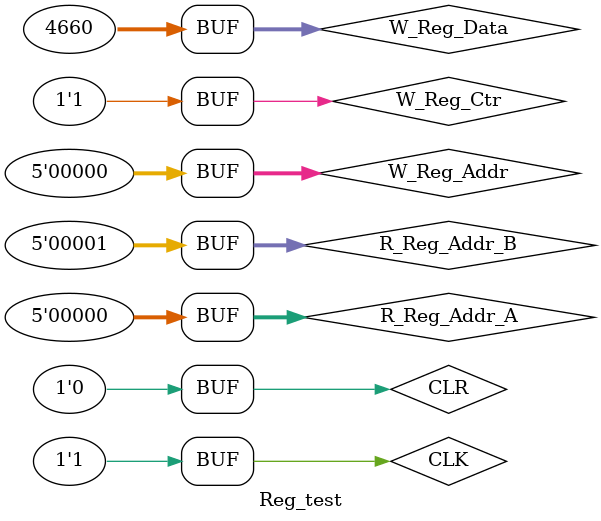
<source format=v>
`timescale 1ns / 1ps


module Reg_test();
    reg CLK;
    reg CLR;
    reg W_Reg_Ctr;
    reg [4:0]R_Reg_Addr_A;
    reg [4:0]R_Reg_Addr_B;
    reg [4:0]W_Reg_Addr;
    reg [31:0]W_Reg_Data;
    wire [31:1]R_Reg_Data_A;
    wire [31:0]R_Reg_Data_B;
    initial begin
        CLK=0;
        CLR=0;
        #20;
        CLR=1;
        #20;
        CLR=0;
        #20;
        CLK=1;
        #20;
        CLK=0;
        W_Reg_Ctr=1'b1;
        R_Reg_Addr_A=5'b00000;
        
        R_Reg_Addr_B=5'b00001;
        W_Reg_Addr=5'b00000;
        
        W_Reg_Data=32'h0000_1234;
        #20;
        CLK=1;
        #20;
        CLK=0;
        #20;
        CLK=1;
        #20;
        CLK=0;
        #20;
        CLK=1;
        #20;
        CLK=0;
        #20;
        CLK=1;
        #20;
        CLK=0;
        #20;
        CLK=1;
        
        
        
    
    end
    

    RegFile regtest(
        .CLK(CLK),
        .CLR(CLR),
        .W_Reg_Ctr(W_Reg_Ctr),
        .R_Reg_Addr_A(R_Reg_Addr_A),
        .R_Reg_Addr_B(R_Reg_Addr_B),
        .W_Reg_Addr(W_Reg_Addr),
        .W_Reg_Data(W_Reg_Data),
        .R_Reg_Data_A(R_Reg_Data_A),
        .R_Reg_Data_B(R_Reg_Data_B)
    );

    
    
endmodule

</source>
